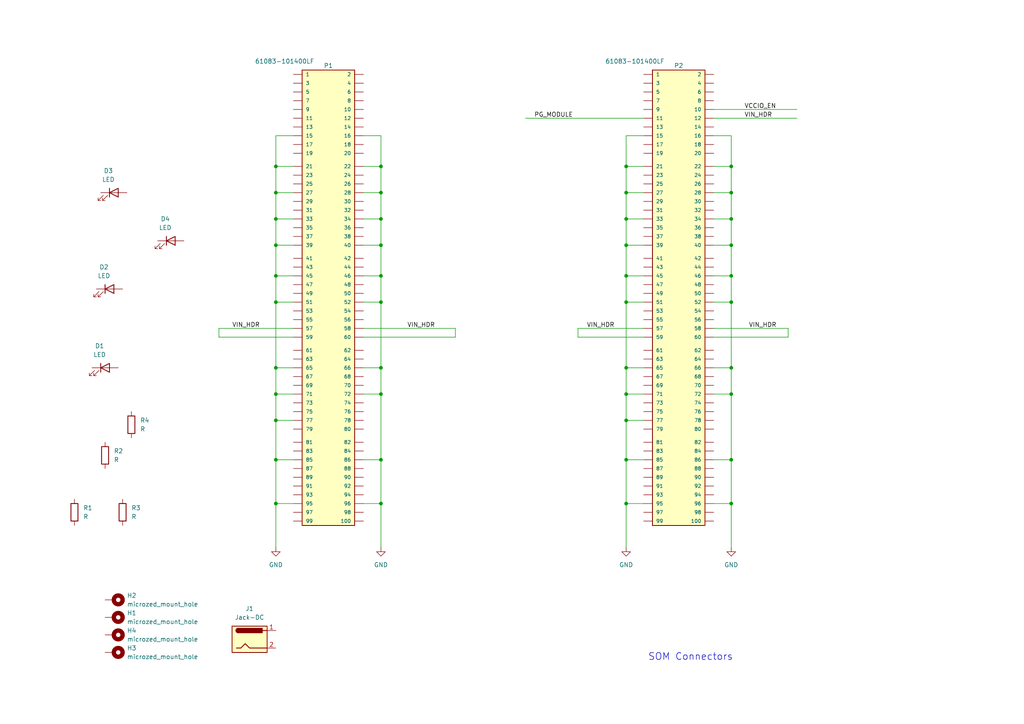
<source format=kicad_sch>
(kicad_sch (version 20211123) (generator eeschema)
  (paper "A4")
  (lib_symbols
    (symbol "61083-101400LF_1" (pin_numbers hide) (pin_names (offset 1.016))
      (property "Reference" "P" (at -7.62 68.58 0))
      (property "Value" "61083-101400LF_1" (at -7.6708 -68.9356 0))
      (symbol "61083-101400LF_1_0_0"
        (rectangle (start -7.62 67.31) (end 7.62 -64.77) (stroke (width 0.254)) (fill (type background)))
        (pin passive line (at -10.16 66.04 0) (length 2.54) (name "1") (number "1"))
        (pin passive line (at 10.16 55.88 180) (length 2.54) (name "10") (number "10"))
        (pin passive line (at 10.16 -63.5 180) (length 2.54) (name "100") (number "100"))
        (pin passive line (at -10.16 53.34 0) (length 2.54) (name "11") (number "11"))
        (pin passive line (at 10.16 53.34 180) (length 2.54) (name "12") (number "12"))
        (pin passive line (at -10.16 50.8 0) (length 2.54) (name "13") (number "13"))
        (pin passive line (at 10.16 50.8 180) (length 2.54) (name "14") (number "14"))
        (pin passive line (at -10.16 48.26 0) (length 2.54) (name "15") (number "15"))
        (pin passive line (at 10.16 48.26 180) (length 2.54) (name "16") (number "16"))
        (pin passive line (at -10.16 45.72 0) (length 2.54) (name "17") (number "17"))
        (pin passive line (at 10.16 45.72 180) (length 2.54) (name "18") (number "18"))
        (pin passive line (at -10.16 43.18 0) (length 2.54) (name "19") (number "19"))
        (pin passive line (at 10.16 66.04 180) (length 2.54) (name "2") (number "2"))
        (pin passive line (at 10.16 43.18 180) (length 2.54) (name "20") (number "20"))
        (pin passive line (at -10.16 39.37 0) (length 2.54) (name "21") (number "21"))
        (pin passive line (at 10.16 39.37 180) (length 2.54) (name "22") (number "22"))
        (pin passive line (at -10.16 36.83 0) (length 2.54) (name "23") (number "23"))
        (pin passive line (at 10.16 36.83 180) (length 2.54) (name "24") (number "24"))
        (pin passive line (at -10.16 34.29 0) (length 2.54) (name "25") (number "25"))
        (pin passive line (at 10.16 34.29 180) (length 2.54) (name "26") (number "26"))
        (pin passive line (at -10.16 31.75 0) (length 2.54) (name "27") (number "27"))
        (pin passive line (at 10.16 31.75 180) (length 2.54) (name "28") (number "28"))
        (pin passive line (at -10.16 29.21 0) (length 2.54) (name "29") (number "29"))
        (pin passive line (at -10.16 63.5 0) (length 2.54) (name "3") (number "3"))
        (pin passive line (at 10.16 29.21 180) (length 2.54) (name "30") (number "30"))
        (pin passive line (at -10.16 26.67 0) (length 2.54) (name "31") (number "31"))
        (pin passive line (at 10.16 26.67 180) (length 2.54) (name "32") (number "32"))
        (pin passive line (at -10.16 24.13 0) (length 2.54) (name "33") (number "33"))
        (pin passive line (at 10.16 24.13 180) (length 2.54) (name "34") (number "34"))
        (pin passive line (at -10.16 21.59 0) (length 2.54) (name "35") (number "35"))
        (pin passive line (at 10.16 21.59 180) (length 2.54) (name "36") (number "36"))
        (pin passive line (at -10.16 19.05 0) (length 2.54) (name "37") (number "37"))
        (pin passive line (at 10.16 19.05 180) (length 2.54) (name "38") (number "38"))
        (pin passive line (at -10.16 16.51 0) (length 2.54) (name "39") (number "39"))
        (pin passive line (at 10.16 63.5 180) (length 2.54) (name "4") (number "4"))
        (pin passive line (at 10.16 16.51 180) (length 2.54) (name "40") (number "40"))
        (pin passive line (at -10.16 12.7 0) (length 2.54) (name "41") (number "41"))
        (pin passive line (at 10.16 12.7 180) (length 2.54) (name "42") (number "42"))
        (pin passive line (at -10.16 10.16 0) (length 2.54) (name "43") (number "43"))
        (pin passive line (at 10.16 10.16 180) (length 2.54) (name "44") (number "44"))
        (pin passive line (at -10.16 7.62 0) (length 2.54) (name "45") (number "45"))
        (pin passive line (at 10.16 7.62 180) (length 2.54) (name "46") (number "46"))
        (pin passive line (at -10.16 5.08 0) (length 2.54) (name "47") (number "47"))
        (pin passive line (at 10.16 5.08 180) (length 2.54) (name "48") (number "48"))
        (pin passive line (at -10.16 2.54 0) (length 2.54) (name "49") (number "49"))
        (pin passive line (at -10.16 60.96 0) (length 2.54) (name "5") (number "5"))
        (pin passive line (at 10.16 2.54 180) (length 2.54) (name "50") (number "50"))
        (pin passive line (at -10.16 0 0) (length 2.54) (name "51") (number "51"))
        (pin passive line (at 10.16 0 180) (length 2.54) (name "52") (number "52"))
        (pin passive line (at -10.16 -2.54 0) (length 2.54) (name "53") (number "53"))
        (pin passive line (at 10.16 -2.54 180) (length 2.54) (name "54") (number "54"))
        (pin passive line (at -10.16 -5.08 0) (length 2.54) (name "55") (number "55"))
        (pin passive line (at 10.16 -5.08 180) (length 2.54) (name "56") (number "56"))
        (pin passive line (at -10.16 -7.62 0) (length 2.54) (name "57") (number "57"))
        (pin passive line (at 10.16 -7.62 180) (length 2.54) (name "58") (number "58"))
        (pin passive line (at -10.16 -10.16 0) (length 2.54) (name "59") (number "59"))
        (pin passive line (at 10.16 60.96 180) (length 2.54) (name "6") (number "6"))
        (pin passive line (at 10.16 -10.16 180) (length 2.54) (name "60") (number "60"))
        (pin passive line (at -10.16 -13.97 0) (length 2.54) (name "61") (number "61"))
        (pin passive line (at 10.16 -13.97 180) (length 2.54) (name "62") (number "62"))
        (pin passive line (at -10.16 -16.51 0) (length 2.54) (name "63") (number "63"))
        (pin passive line (at 10.16 -16.51 180) (length 2.54) (name "64") (number "64"))
        (pin passive line (at -10.16 -19.05 0) (length 2.54) (name "65") (number "65"))
        (pin passive line (at 10.16 -19.05 180) (length 2.54) (name "66") (number "66"))
        (pin passive line (at -10.16 -21.59 0) (length 2.54) (name "67") (number "67"))
        (pin passive line (at 10.16 -21.59 180) (length 2.54) (name "68") (number "68"))
        (pin passive line (at -10.16 -24.13 0) (length 2.54) (name "69") (number "69"))
        (pin passive line (at -10.16 58.42 0) (length 2.54) (name "7") (number "7"))
        (pin passive line (at 10.16 -24.13 180) (length 2.54) (name "70") (number "70"))
        (pin passive line (at -10.16 -26.67 0) (length 2.54) (name "71") (number "71"))
        (pin passive line (at 10.16 -26.67 180) (length 2.54) (name "72") (number "72"))
        (pin passive line (at -10.16 -29.21 0) (length 2.54) (name "73") (number "73"))
        (pin passive line (at 10.16 -29.21 180) (length 2.54) (name "74") (number "74"))
        (pin passive line (at -10.16 -31.75 0) (length 2.54) (name "75") (number "75"))
        (pin passive line (at 10.16 -31.75 180) (length 2.54) (name "76") (number "76"))
        (pin passive line (at -10.16 -34.29 0) (length 2.54) (name "77") (number "77"))
        (pin passive line (at 10.16 -34.29 180) (length 2.54) (name "78") (number "78"))
        (pin passive line (at -10.16 -36.83 0) (length 2.54) (name "79") (number "79"))
        (pin passive line (at 10.16 58.42 180) (length 2.54) (name "8") (number "8"))
        (pin passive line (at 10.16 -36.83 180) (length 2.54) (name "80") (number "80"))
        (pin passive line (at -10.16 -40.64 0) (length 2.54) (name "81") (number "81"))
        (pin passive line (at 10.16 -40.64 180) (length 2.54) (name "82") (number "82"))
        (pin passive line (at -10.16 -43.18 0) (length 2.54) (name "83") (number "83"))
        (pin passive line (at 10.16 -43.18 180) (length 2.54) (name "84") (number "84"))
        (pin passive line (at -10.16 -45.72 0) (length 2.54) (name "85") (number "85"))
        (pin passive line (at 10.16 -45.72 180) (length 2.54) (name "86") (number "86"))
        (pin passive line (at -10.16 -48.26 0) (length 2.54) (name "87") (number "87"))
        (pin passive line (at 10.16 -48.26 180) (length 2.54) (name "88") (number "88"))
        (pin passive line (at -10.16 -50.8 0) (length 2.54) (name "89") (number "89"))
        (pin passive line (at -10.16 55.88 0) (length 2.54) (name "9") (number "9"))
        (pin passive line (at 10.16 -50.8 180) (length 2.54) (name "90") (number "90"))
        (pin passive line (at -10.16 -53.34 0) (length 2.54) (name "91") (number "91"))
        (pin passive line (at 10.16 -53.34 180) (length 2.54) (name "92") (number "92"))
        (pin passive line (at -10.16 -55.88 0) (length 2.54) (name "93") (number "93"))
        (pin passive line (at 10.16 -55.88 180) (length 2.54) (name "94") (number "94"))
        (pin passive line (at -10.16 -58.42 0) (length 2.54) (name "95") (number "95"))
        (pin passive line (at 10.16 -58.42 180) (length 2.54) (name "96") (number "96"))
        (pin passive line (at -10.16 -60.96 0) (length 2.54) (name "97") (number "97"))
        (pin passive line (at 10.16 -60.96 180) (length 2.54) (name "98") (number "98"))
        (pin passive line (at -10.16 -63.5 0) (length 2.54) (name "99") (number "99"))
      )
    )
    (symbol "Connector:Jack-DC" (pin_names (offset 1.016))
      (property "Reference" "J" (at 0 5.334 0))
      (property "Value" "Jack-DC" (at 0 -5.08 0))
      (symbol "Jack-DC_0_1"
        (rectangle (start -5.08 3.81) (end 5.08 -3.81) (stroke (width 0.254)) (fill (type background)))
        (arc (start -3.302 3.175) (mid -3.937 2.54) (end -3.302 1.905) (stroke (width 0.254)))
        (arc (start -3.302 3.175) (mid -3.937 2.54) (end -3.302 1.905) (stroke (width 0.254)) (fill (type outline)))
        (polyline (pts (xy 5.08 2.54) (xy 3.81 2.54)) (stroke (width 0.254)))
        (polyline (pts (xy -3.81 -2.54) (xy -2.54 -2.54) (xy -1.27 -1.27) (xy 0 -2.54) (xy 2.54 -2.54) (xy 5.08 -2.54)) (stroke (width 0.254)))
        (rectangle (start 3.683 3.175) (end -3.302 1.905) (stroke (width 0.254)) (fill (type outline)))
      )
      (symbol "Jack-DC_1_1"
        (pin passive line (at 7.62 2.54 180) (length 2.54) (name "~") (number "1"))
        (pin passive line (at 7.62 -2.54 180) (length 2.54) (name "~") (number "2"))
      )
    )
    (symbol "Device:LED" (pin_numbers hide) (pin_names (offset 1.016) hide)
      (property "Reference" "D" (at 0 2.54 0))
      (property "Value" "LED" (at 0 -2.54 0))
      (symbol "LED_0_1"
        (polyline (pts (xy -1.27 -1.27) (xy -1.27 1.27)) (stroke (width 0.254)))
        (polyline (pts (xy -1.27 0) (xy 1.27 0)))
        (polyline (pts (xy 1.27 -1.27) (xy 1.27 1.27) (xy -1.27 0) (xy 1.27 -1.27)) (stroke (width 0.254)))
        (polyline (pts (xy -3.048 -0.762) (xy -4.572 -2.286) (xy -3.81 -2.286) (xy -4.572 -2.286) (xy -4.572 -1.524)))
        (polyline (pts (xy -1.778 -0.762) (xy -3.302 -2.286) (xy -2.54 -2.286) (xy -3.302 -2.286) (xy -3.302 -1.524)))
      )
      (symbol "LED_1_1"
        (pin passive line (at -3.81 0 0) (length 2.54) (name "K") (number "1"))
        (pin passive line (at 3.81 0 180) (length 2.54) (name "A") (number "2"))
      )
    )
    (symbol "Device:R" (pin_numbers hide) (pin_names (offset 0))
      (property "Reference" "R" (at 2.032 0 90))
      (property "Value" "R" (at 0 0 90))
      (symbol "R_0_1"
        (rectangle (start -1.016 -2.54) (end 1.016 2.54) (stroke (width 0.254)))
      )
      (symbol "R_1_1"
        (pin passive line (at 0 3.81 270) (length 1.27) (name "~") (number "1"))
        (pin passive line (at 0 -3.81 90) (length 1.27) (name "~") (number "2"))
      )
    )
    (symbol "pedrolib:61083-101400LF" (pin_numbers hide) (pin_names (offset 1.016))
      (property "Reference" "P" (at -7.62 68.58 0))
      (property "Value" "61083-101400LF" (at -7.6708 -68.9356 0))
      (symbol "61083-101400LF_0_0"
        (rectangle (start -7.62 67.31) (end 7.62 -64.77) (stroke (width 0.254)) (fill (type background)))
        (pin passive line (at -10.16 66.04 0) (length 2.54) (name "1") (number "1"))
        (pin passive line (at 10.16 55.88 180) (length 2.54) (name "10") (number "10"))
        (pin passive line (at 10.16 -63.5 180) (length 2.54) (name "100") (number "100"))
        (pin passive line (at -10.16 53.34 0) (length 2.54) (name "11") (number "11"))
        (pin passive line (at 10.16 53.34 180) (length 2.54) (name "12") (number "12"))
        (pin passive line (at -10.16 50.8 0) (length 2.54) (name "13") (number "13"))
        (pin passive line (at 10.16 50.8 180) (length 2.54) (name "14") (number "14"))
        (pin passive line (at -10.16 48.26 0) (length 2.54) (name "15") (number "15"))
        (pin passive line (at 10.16 48.26 180) (length 2.54) (name "16") (number "16"))
        (pin passive line (at -10.16 45.72 0) (length 2.54) (name "17") (number "17"))
        (pin passive line (at 10.16 45.72 180) (length 2.54) (name "18") (number "18"))
        (pin passive line (at -10.16 43.18 0) (length 2.54) (name "19") (number "19"))
        (pin passive line (at 10.16 66.04 180) (length 2.54) (name "2") (number "2"))
        (pin passive line (at 10.16 43.18 180) (length 2.54) (name "20") (number "20"))
        (pin passive line (at -10.16 39.37 0) (length 2.54) (name "21") (number "21"))
        (pin passive line (at 10.16 39.37 180) (length 2.54) (name "22") (number "22"))
        (pin passive line (at -10.16 36.83 0) (length 2.54) (name "23") (number "23"))
        (pin passive line (at 10.16 36.83 180) (length 2.54) (name "24") (number "24"))
        (pin passive line (at -10.16 34.29 0) (length 2.54) (name "25") (number "25"))
        (pin passive line (at 10.16 34.29 180) (length 2.54) (name "26") (number "26"))
        (pin passive line (at -10.16 31.75 0) (length 2.54) (name "27") (number "27"))
        (pin passive line (at 10.16 31.75 180) (length 2.54) (name "28") (number "28"))
        (pin passive line (at -10.16 29.21 0) (length 2.54) (name "29") (number "29"))
        (pin passive line (at -10.16 63.5 0) (length 2.54) (name "3") (number "3"))
        (pin passive line (at 10.16 29.21 180) (length 2.54) (name "30") (number "30"))
        (pin passive line (at -10.16 26.67 0) (length 2.54) (name "31") (number "31"))
        (pin passive line (at 10.16 26.67 180) (length 2.54) (name "32") (number "32"))
        (pin passive line (at -10.16 24.13 0) (length 2.54) (name "33") (number "33"))
        (pin passive line (at 10.16 24.13 180) (length 2.54) (name "34") (number "34"))
        (pin passive line (at -10.16 21.59 0) (length 2.54) (name "35") (number "35"))
        (pin passive line (at 10.16 21.59 180) (length 2.54) (name "36") (number "36"))
        (pin passive line (at -10.16 19.05 0) (length 2.54) (name "37") (number "37"))
        (pin passive line (at 10.16 19.05 180) (length 2.54) (name "38") (number "38"))
        (pin passive line (at -10.16 16.51 0) (length 2.54) (name "39") (number "39"))
        (pin passive line (at 10.16 63.5 180) (length 2.54) (name "4") (number "4"))
        (pin passive line (at 10.16 16.51 180) (length 2.54) (name "40") (number "40"))
        (pin passive line (at -10.16 12.7 0) (length 2.54) (name "41") (number "41"))
        (pin passive line (at 10.16 12.7 180) (length 2.54) (name "42") (number "42"))
        (pin passive line (at -10.16 10.16 0) (length 2.54) (name "43") (number "43"))
        (pin passive line (at 10.16 10.16 180) (length 2.54) (name "44") (number "44"))
        (pin passive line (at -10.16 7.62 0) (length 2.54) (name "45") (number "45"))
        (pin passive line (at 10.16 7.62 180) (length 2.54) (name "46") (number "46"))
        (pin passive line (at -10.16 5.08 0) (length 2.54) (name "47") (number "47"))
        (pin passive line (at 10.16 5.08 180) (length 2.54) (name "48") (number "48"))
        (pin passive line (at -10.16 2.54 0) (length 2.54) (name "49") (number "49"))
        (pin passive line (at -10.16 60.96 0) (length 2.54) (name "5") (number "5"))
        (pin passive line (at 10.16 2.54 180) (length 2.54) (name "50") (number "50"))
        (pin passive line (at -10.16 0 0) (length 2.54) (name "51") (number "51"))
        (pin passive line (at 10.16 0 180) (length 2.54) (name "52") (number "52"))
        (pin passive line (at -10.16 -2.54 0) (length 2.54) (name "53") (number "53"))
        (pin passive line (at 10.16 -2.54 180) (length 2.54) (name "54") (number "54"))
        (pin passive line (at -10.16 -5.08 0) (length 2.54) (name "55") (number "55"))
        (pin passive line (at 10.16 -5.08 180) (length 2.54) (name "56") (number "56"))
        (pin passive line (at -10.16 -7.62 0) (length 2.54) (name "57") (number "57"))
        (pin passive line (at 10.16 -7.62 180) (length 2.54) (name "58") (number "58"))
        (pin passive line (at -10.16 -10.16 0) (length 2.54) (name "59") (number "59"))
        (pin passive line (at 10.16 60.96 180) (length 2.54) (name "6") (number "6"))
        (pin passive line (at 10.16 -10.16 180) (length 2.54) (name "60") (number "60"))
        (pin passive line (at -10.16 -13.97 0) (length 2.54) (name "61") (number "61"))
        (pin passive line (at 10.16 -13.97 180) (length 2.54) (name "62") (number "62"))
        (pin passive line (at -10.16 -16.51 0) (length 2.54) (name "63") (number "63"))
        (pin passive line (at 10.16 -16.51 180) (length 2.54) (name "64") (number "64"))
        (pin passive line (at -10.16 -19.05 0) (length 2.54) (name "65") (number "65"))
        (pin passive line (at 10.16 -19.05 180) (length 2.54) (name "66") (number "66"))
        (pin passive line (at -10.16 -21.59 0) (length 2.54) (name "67") (number "67"))
        (pin passive line (at 10.16 -21.59 180) (length 2.54) (name "68") (number "68"))
        (pin passive line (at -10.16 -24.13 0) (length 2.54) (name "69") (number "69"))
        (pin passive line (at -10.16 58.42 0) (length 2.54) (name "7") (number "7"))
        (pin passive line (at 10.16 -24.13 180) (length 2.54) (name "70") (number "70"))
        (pin passive line (at -10.16 -26.67 0) (length 2.54) (name "71") (number "71"))
        (pin passive line (at 10.16 -26.67 180) (length 2.54) (name "72") (number "72"))
        (pin passive line (at -10.16 -29.21 0) (length 2.54) (name "73") (number "73"))
        (pin passive line (at 10.16 -29.21 180) (length 2.54) (name "74") (number "74"))
        (pin passive line (at -10.16 -31.75 0) (length 2.54) (name "75") (number "75"))
        (pin passive line (at 10.16 -31.75 180) (length 2.54) (name "76") (number "76"))
        (pin passive line (at -10.16 -34.29 0) (length 2.54) (name "77") (number "77"))
        (pin passive line (at 10.16 -34.29 180) (length 2.54) (name "78") (number "78"))
        (pin passive line (at -10.16 -36.83 0) (length 2.54) (name "79") (number "79"))
        (pin passive line (at 10.16 58.42 180) (length 2.54) (name "8") (number "8"))
        (pin passive line (at 10.16 -36.83 180) (length 2.54) (name "80") (number "80"))
        (pin passive line (at -10.16 -40.64 0) (length 2.54) (name "81") (number "81"))
        (pin passive line (at 10.16 -40.64 180) (length 2.54) (name "82") (number "82"))
        (pin passive line (at -10.16 -43.18 0) (length 2.54) (name "83") (number "83"))
        (pin passive line (at 10.16 -43.18 180) (length 2.54) (name "84") (number "84"))
        (pin passive line (at -10.16 -45.72 0) (length 2.54) (name "85") (number "85"))
        (pin passive line (at 10.16 -45.72 180) (length 2.54) (name "86") (number "86"))
        (pin passive line (at -10.16 -48.26 0) (length 2.54) (name "87") (number "87"))
        (pin passive line (at 10.16 -48.26 180) (length 2.54) (name "88") (number "88"))
        (pin passive line (at -10.16 -50.8 0) (length 2.54) (name "89") (number "89"))
        (pin passive line (at -10.16 55.88 0) (length 2.54) (name "9") (number "9"))
        (pin passive line (at 10.16 -50.8 180) (length 2.54) (name "90") (number "90"))
        (pin passive line (at -10.16 -53.34 0) (length 2.54) (name "91") (number "91"))
        (pin passive line (at 10.16 -53.34 180) (length 2.54) (name "92") (number "92"))
        (pin passive line (at -10.16 -55.88 0) (length 2.54) (name "93") (number "93"))
        (pin passive line (at 10.16 -55.88 180) (length 2.54) (name "94") (number "94"))
        (pin passive line (at -10.16 -58.42 0) (length 2.54) (name "95") (number "95"))
        (pin passive line (at 10.16 -58.42 180) (length 2.54) (name "96") (number "96"))
        (pin passive line (at -10.16 -60.96 0) (length 2.54) (name "97") (number "97"))
        (pin passive line (at 10.16 -60.96 180) (length 2.54) (name "98") (number "98"))
        (pin passive line (at -10.16 -63.5 0) (length 2.54) (name "99") (number "99"))
      )
    )
    (symbol "pedrolib:microzed_mount_hole" (pin_numbers hide) (pin_names (offset 1.016) hide)
      (property "Reference" "H" (at 0 6.35 0))
      (property "Value" "microzed_mount_hole" (at 0 4.445 0))
      (symbol "microzed_mount_hole_0_1"
        (circle (center 0 1.27) (radius 1.27) (stroke (width 1.27)))
      )
      (symbol "microzed_mount_hole_1_1"
        (pin input line (at 0 -2.54 90) (length 2.54) (name "1") (number "1"))
      )
    )
    (symbol "power:GND" (power) (pin_names (offset 0))
      (property "Value" "GND" (at 0 -3.81 0))
      (symbol "GND_0_1"
        (polyline (pts (xy 0 0) (xy 0 -1.27) (xy 1.27 -1.27) (xy 0 -2.54) (xy -1.27 -1.27) (xy 0 -1.27)))
      )
      (symbol "GND_1_1"
        (pin power_in line (at 0 0 270) (length 0) hide (name "GND") (number "1"))
      )
    )
  )
  (junction (at 181.61 87.63))
  (junction (at 110.49 48.26))
  (junction (at 80.01 48.26))
  (junction (at 212.09 80.01))
  (junction (at 212.09 63.5))
  (junction (at 110.49 80.01))
  (junction (at 212.09 106.68))
  (junction (at 181.61 146.05))
  (junction (at 110.49 106.68))
  (junction (at 181.61 133.35))
  (junction (at 212.09 146.05))
  (junction (at 181.61 80.01))
  (junction (at 80.01 80.01))
  (junction (at 181.61 48.26))
  (junction (at 181.61 121.92))
  (junction (at 212.09 55.88))
  (junction (at 181.61 55.88))
  (junction (at 110.49 114.3))
  (junction (at 80.01 121.92))
  (junction (at 110.49 71.12))
  (junction (at 181.61 106.68))
  (junction (at 212.09 71.12))
  (junction (at 110.49 133.35))
  (junction (at 181.61 114.3))
  (junction (at 80.01 63.5))
  (junction (at 181.61 63.5))
  (junction (at 80.01 55.88))
  (junction (at 80.01 114.3))
  (junction (at 110.49 55.88))
  (junction (at 80.01 71.12))
  (junction (at 80.01 106.68))
  (junction (at 110.49 87.63))
  (junction (at 80.01 146.05))
  (junction (at 80.01 87.63))
  (junction (at 212.09 114.3))
  (junction (at 181.61 71.12))
  (junction (at 212.09 87.63))
  (junction (at 212.09 48.26))
  (junction (at 110.49 146.05))
  (junction (at 110.49 63.5))
  (junction (at 212.09 133.35))
  (junction (at 80.01 133.35))
  (wire (pts (xy 80.01 106.68) (xy 85.09 106.68)))
  (wire (pts (xy 80.01 71.12) (xy 80.01 80.01)))
  (wire (pts (xy 212.09 106.68) (xy 212.09 114.3)))
  (wire (pts (xy 207.01 39.37) (xy 212.09 39.37)))
  (wire (pts (xy 80.01 121.92) (xy 80.01 133.35)))
  (wire (pts (xy 181.61 48.26) (xy 181.61 55.88)))
  (wire (pts (xy 80.01 121.92) (xy 85.09 121.92)))
  (wire (pts (xy 207.01 63.5) (xy 212.09 63.5)))
  (wire (pts (xy 105.41 48.26) (xy 110.49 48.26)))
  (wire (pts (xy 105.41 106.68) (xy 110.49 106.68)))
  (wire (pts (xy 181.61 87.63) (xy 186.69 87.63)))
  (wire (pts (xy 212.09 146.05) (xy 212.09 158.75)))
  (wire (pts (xy 207.01 146.05) (xy 212.09 146.05)))
  (wire (pts (xy 181.61 133.35) (xy 181.61 146.05)))
  (wire (pts (xy 167.64 97.79) (xy 186.69 97.79)))
  (wire (pts (xy 181.61 71.12) (xy 186.69 71.12)))
  (wire (pts (xy 181.61 146.05) (xy 186.69 146.05)))
  (wire (pts (xy 207.01 106.68) (xy 212.09 106.68)))
  (wire (pts (xy 85.09 95.25) (xy 63.5 95.25)))
  (wire (pts (xy 63.5 95.25) (xy 63.5 97.79)))
  (wire (pts (xy 105.41 87.63) (xy 110.49 87.63)))
  (wire (pts (xy 105.41 39.37) (xy 110.49 39.37)))
  (wire (pts (xy 110.49 80.01) (xy 110.49 87.63)))
  (wire (pts (xy 110.49 87.63) (xy 110.49 106.68)))
  (wire (pts (xy 167.64 95.25) (xy 167.64 97.79)))
  (wire (pts (xy 212.09 55.88) (xy 212.09 63.5)))
  (wire (pts (xy 105.41 63.5) (xy 110.49 63.5)))
  (wire (pts (xy 181.61 114.3) (xy 186.69 114.3)))
  (wire (pts (xy 212.09 114.3) (xy 212.09 133.35)))
  (wire (pts (xy 80.01 87.63) (xy 80.01 106.68)))
  (wire (pts (xy 207.01 114.3) (xy 212.09 114.3)))
  (wire (pts (xy 80.01 133.35) (xy 85.09 133.35)))
  (wire (pts (xy 105.41 114.3) (xy 110.49 114.3)))
  (wire (pts (xy 181.61 39.37) (xy 181.61 48.26)))
  (wire (pts (xy 105.41 97.79) (xy 132.08 97.79)))
  (wire (pts (xy 80.01 114.3) (xy 80.01 121.92)))
  (wire (pts (xy 80.01 48.26) (xy 80.01 55.88)))
  (wire (pts (xy 80.01 80.01) (xy 85.09 80.01)))
  (wire (pts (xy 212.09 80.01) (xy 212.09 87.63)))
  (wire (pts (xy 80.01 48.26) (xy 85.09 48.26)))
  (wire (pts (xy 85.09 39.37) (xy 80.01 39.37)))
  (wire (pts (xy 105.41 146.05) (xy 110.49 146.05)))
  (wire (pts (xy 105.41 133.35) (xy 110.49 133.35)))
  (wire (pts (xy 212.09 63.5) (xy 212.09 71.12)))
  (wire (pts (xy 207.01 133.35) (xy 212.09 133.35)))
  (wire (pts (xy 228.6 95.25) (xy 228.6 97.79)))
  (wire (pts (xy 212.09 87.63) (xy 212.09 106.68)))
  (wire (pts (xy 110.49 114.3) (xy 110.49 133.35)))
  (wire (pts (xy 110.49 106.68) (xy 110.49 114.3)))
  (wire (pts (xy 212.09 71.12) (xy 212.09 80.01)))
  (wire (pts (xy 181.61 121.92) (xy 181.61 133.35)))
  (wire (pts (xy 181.61 121.92) (xy 186.69 121.92)))
  (wire (pts (xy 181.61 71.12) (xy 181.61 80.01)))
  (wire (pts (xy 228.6 97.79) (xy 207.01 97.79)))
  (wire (pts (xy 181.61 48.26) (xy 186.69 48.26)))
  (wire (pts (xy 152.4 34.29) (xy 186.69 34.29)))
  (wire (pts (xy 80.01 106.68) (xy 80.01 114.3)))
  (wire (pts (xy 181.61 87.63) (xy 181.61 106.68)))
  (wire (pts (xy 181.61 63.5) (xy 181.61 71.12)))
  (wire (pts (xy 110.49 55.88) (xy 110.49 63.5)))
  (wire (pts (xy 110.49 39.37) (xy 110.49 48.26)))
  (wire (pts (xy 186.69 95.25) (xy 167.64 95.25)))
  (wire (pts (xy 207.01 34.29) (xy 231.14 34.29)))
  (wire (pts (xy 207.01 95.25) (xy 228.6 95.25)))
  (wire (pts (xy 212.09 48.26) (xy 212.09 55.88)))
  (wire (pts (xy 105.41 55.88) (xy 110.49 55.88)))
  (wire (pts (xy 181.61 63.5) (xy 186.69 63.5)))
  (wire (pts (xy 181.61 133.35) (xy 186.69 133.35)))
  (wire (pts (xy 80.01 114.3) (xy 85.09 114.3)))
  (wire (pts (xy 181.61 114.3) (xy 181.61 121.92)))
  (wire (pts (xy 80.01 133.35) (xy 80.01 146.05)))
  (wire (pts (xy 110.49 133.35) (xy 110.49 146.05)))
  (wire (pts (xy 181.61 80.01) (xy 181.61 87.63)))
  (wire (pts (xy 80.01 55.88) (xy 85.09 55.88)))
  (wire (pts (xy 80.01 39.37) (xy 80.01 48.26)))
  (wire (pts (xy 212.09 133.35) (xy 212.09 146.05)))
  (wire (pts (xy 181.61 106.68) (xy 181.61 114.3)))
  (wire (pts (xy 207.01 80.01) (xy 212.09 80.01)))
  (wire (pts (xy 80.01 80.01) (xy 80.01 87.63)))
  (wire (pts (xy 212.09 39.37) (xy 212.09 48.26)))
  (wire (pts (xy 63.5 97.79) (xy 85.09 97.79)))
  (wire (pts (xy 181.61 55.88) (xy 186.69 55.88)))
  (wire (pts (xy 207.01 87.63) (xy 212.09 87.63)))
  (wire (pts (xy 80.01 87.63) (xy 85.09 87.63)))
  (wire (pts (xy 105.41 95.25) (xy 132.08 95.25)))
  (wire (pts (xy 105.41 71.12) (xy 110.49 71.12)))
  (wire (pts (xy 181.61 106.68) (xy 186.69 106.68)))
  (wire (pts (xy 80.01 63.5) (xy 85.09 63.5)))
  (wire (pts (xy 207.01 31.75) (xy 231.14 31.75)))
  (wire (pts (xy 181.61 80.01) (xy 186.69 80.01)))
  (wire (pts (xy 110.49 63.5) (xy 110.49 71.12)))
  (wire (pts (xy 181.61 146.05) (xy 181.61 158.75)))
  (wire (pts (xy 110.49 71.12) (xy 110.49 80.01)))
  (wire (pts (xy 80.01 71.12) (xy 85.09 71.12)))
  (wire (pts (xy 80.01 146.05) (xy 80.01 158.75)))
  (wire (pts (xy 80.01 146.05) (xy 85.09 146.05)))
  (wire (pts (xy 207.01 55.88) (xy 212.09 55.88)))
  (wire (pts (xy 80.01 63.5) (xy 80.01 71.12)))
  (wire (pts (xy 110.49 48.26) (xy 110.49 55.88)))
  (wire (pts (xy 181.61 55.88) (xy 181.61 63.5)))
  (wire (pts (xy 186.69 39.37) (xy 181.61 39.37)))
  (wire (pts (xy 110.49 146.05) (xy 110.49 158.75)))
  (wire (pts (xy 207.01 48.26) (xy 212.09 48.26)))
  (wire (pts (xy 132.08 95.25) (xy 132.08 97.79)))
  (wire (pts (xy 80.01 55.88) (xy 80.01 63.5)))
  (wire (pts (xy 207.01 71.12) (xy 212.09 71.12)))
  (wire (pts (xy 105.41 80.01) (xy 110.49 80.01)))
  (text "SOM Connectors" (at 187.96 191.77 0) (effects (font (size 2 2)) (justify left bottom)))
  (label "VIN_HDR" (at 118.11 95.25 0))
  (label "PG_MODULE" (at 154.94 34.29 0))
  (label "VIN_HDR" (at 170.18 95.25 0))
  (label "VCCIO_EN" (at 215.9 31.75 0))
  (label "VIN_HDR" (at 217.17 95.25 0))
  (label "VIN_HDR" (at 67.31 95.25 0))
  (label "VIN_HDR" (at 215.9 34.29 0))
  (symbol (lib_id "power:GND") (at 110.49 158.75 0) (unit 1)
    (property "Reference" "#PWR0102" (effects hide))
    (property "Value" "GND" (at 110.49 163.83 0))
  )
  (symbol (lib_id "power:GND") (at 181.61 158.75 0) (unit 1)
    (property "Reference" "#PWR0103" (effects hide))
    (property "Value" "GND" (at 181.61 163.83 0))
  )
  (symbol (lib_id "Device:LED") (at 49.53 69.85 0) (unit 1)
    (property "Reference" "D4" (at 47.9425 63.5 0))
    (property "Value" "LED" (at 47.9425 66.04 0))
    (property "Footprint" "LED_SMD:LED_0603_1608Metric" (effects hide))
  )
  (symbol (lib_id "pedrolib:microzed_mount_hole") (at 33.02 184.15 270) (unit 1)
    (property "Reference" "H4" (at 36.83 182.8799 90) (effects (justify left)))
    (property "Value" "microzed_mount_hole" (at 36.83 185.4199 90) (effects (justify left)))
    (property "Footprint" "MountingHole:MountingHole_3.2mm_M3_Pad" (effects hide))
  )
  (symbol (lib_id "Device:R") (at 30.48 132.08 0) (unit 1)
    (property "Reference" "R2" (at 33.02 130.8099 0) (effects (justify left)))
    (property "Value" "R" (at 33.02 133.3499 0) (effects (justify left)))
    (property "Footprint" "Resistor_SMD:R_0603_1608Metric" (effects hide))
  )
  (symbol (lib_name "61083-101400LF_1") (lib_id "pedrolib:61083-101400LF") (at 95.25 87.63 0) (unit 1)
    (property "Reference" "P1" (at 95.25 19.05 0))
    (property "Value" "61083-101400LF" (at 82.55 17.78 0))
    (property "Footprint" "pedrolib:FCI_61083-101400LF" (effects hide))
    (property "MF" "FCI" (effects hide))
    (property "DESCRIPTION" "Conn Board to Board PL 100 POS 0.8mm Solder ST SMD Tube" (effects hide))
    (property "PACKAGE" "None" (effects hide))
    (property "MP" "61083-101400LF" (effects hide))
    (property "PRICE" "3.90 USD" (effects hide))
    (property "AVAILABILITY" "Good" (effects hide))
  )
  (symbol (lib_id "power:GND") (at 80.01 158.75 0) (unit 1)
    (property "Reference" "#PWR0101" (effects hide))
    (property "Value" "GND" (at 80.01 163.83 0))
  )
  (symbol (lib_id "power:GND") (at 212.09 158.75 0) (unit 1)
    (property "Reference" "#PWR0104" (effects hide))
    (property "Value" "GND" (at 212.09 163.83 0))
  )
  (symbol (lib_id "Connector:Jack-DC") (at 72.39 185.42 0) (unit 1)
    (property "Reference" "J1" (at 72.39 176.53 0))
    (property "Value" "Jack-DC" (at 72.39 179.07 0))
    (property "Footprint" "Connector_BarrelJack:BarrelJack_CLIFF_FC681465S_SMT_Horizontal" (effects hide))
  )
  (symbol (lib_id "pedrolib:microzed_mount_hole") (at 33.02 173.99 270) (unit 1)
    (property "Reference" "H2" (at 36.83 172.7199 90) (effects (justify left)))
    (property "Value" "microzed_mount_hole" (at 36.83 175.2599 90) (effects (justify left)))
    (property "Footprint" "MountingHole:MountingHole_3.2mm_M3_Pad" (effects hide))
  )
  (symbol (lib_id "Device:LED") (at 33.02 55.88 0) (unit 1)
    (property "Reference" "D3" (at 31.4325 49.53 0))
    (property "Value" "LED" (at 31.4325 52.07 0))
    (property "Footprint" "LED_SMD:LED_0603_1608Metric" (effects hide))
  )
  (symbol (lib_id "Device:R") (at 21.59 148.59 0) (unit 1)
    (property "Reference" "R1" (at 24.13 147.3199 0) (effects (justify left)))
    (property "Value" "R" (at 24.13 149.8599 0) (effects (justify left)))
    (property "Footprint" "Resistor_SMD:R_0603_1608Metric" (effects hide))
  )
  (symbol (lib_id "Device:LED") (at 30.48 106.68 0) (unit 1)
    (property "Reference" "D1" (at 28.8925 100.33 0))
    (property "Value" "LED" (at 28.8925 102.87 0))
    (property "Footprint" "LED_SMD:LED_0603_1608Metric" (effects hide))
  )
  (symbol (lib_id "Device:LED") (at 31.75 83.82 0) (unit 1)
    (property "Reference" "D2" (at 30.1625 77.47 0))
    (property "Value" "LED" (at 30.1625 80.01 0))
    (property "Footprint" "LED_SMD:LED_0603_1608Metric" (effects hide))
  )
  (symbol (lib_id "Device:R") (at 38.1 123.19 0) (unit 1)
    (property "Reference" "R4" (at 40.64 121.9199 0) (effects (justify left)))
    (property "Value" "R" (at 40.64 124.4599 0) (effects (justify left)))
    (property "Footprint" "Resistor_SMD:R_0603_1608Metric" (effects hide))
  )
  (symbol (lib_id "pedrolib:microzed_mount_hole") (at 33.02 179.07 270) (unit 1)
    (property "Reference" "H1" (at 36.83 177.7999 90) (effects (justify left)))
    (property "Value" "microzed_mount_hole" (at 36.83 180.3399 90) (effects (justify left)))
    (property "Footprint" "MountingHole:MountingHole_3.2mm_M3_Pad" (effects hide))
  )
  (symbol (lib_id "pedrolib:microzed_mount_hole") (at 33.02 189.23 270) (unit 1)
    (property "Reference" "H3" (at 36.83 187.9599 90) (effects (justify left)))
    (property "Value" "microzed_mount_hole" (at 36.83 190.4999 90) (effects (justify left)))
    (property "Footprint" "MountingHole:MountingHole_3.2mm_M3_Pad" (effects hide))
  )
  (symbol (lib_id "Device:R") (at 35.56 148.59 0) (unit 1)
    (property "Reference" "R3" (at 38.1 147.3199 0) (effects (justify left)))
    (property "Value" "R" (at 38.1 149.8599 0) (effects (justify left)))
    (property "Footprint" "Resistor_SMD:R_0603_1608Metric" (effects hide))
  )
  (symbol (lib_id "pedrolib:61083-101400LF") (at 196.85 87.63 0) (unit 1)
    (property "Reference" "P2" (at 196.85 19.05 0))
    (property "Value" "61083-101400LF" (at 184.15 17.78 0))
    (property "Footprint" "pedrolib:FCI_61083-101400LF" (effects hide))
    (property "MF" "FCI" (effects hide))
    (property "DESCRIPTION" "Conn Board to Board PL 100 POS 0.8mm Solder ST SMD Tube" (effects hide))
    (property "PACKAGE" "None" (effects hide))
    (property "MP" "61083-101400LF" (effects hide))
    (property "PRICE" "3.90 USD" (effects hide))
    (property "AVAILABILITY" "Good" (effects hide))
  )
)
</source>
